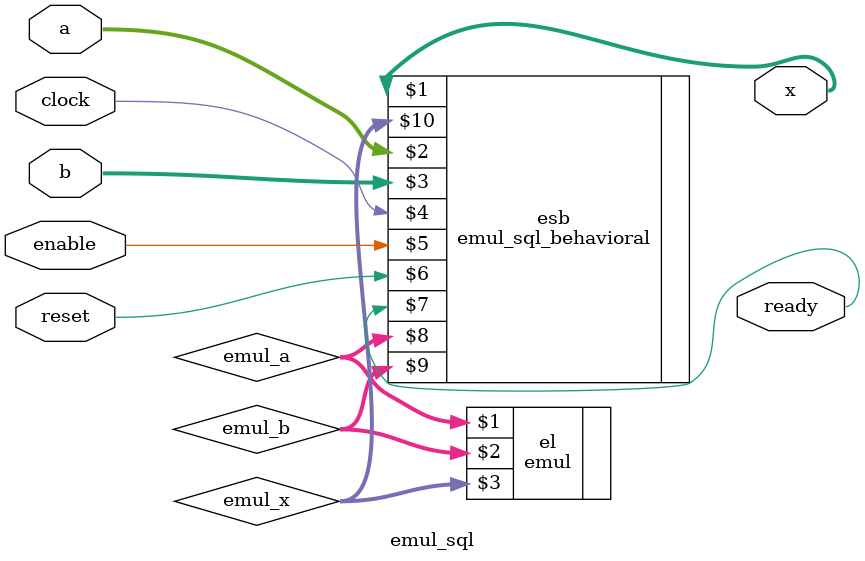
<source format=v>
module emul_sql(x,a,b,clock,enable,reset,ready);

input [7:0] a,b;
input clock,reset,enable;
output [15:0] x;
output ready;
wire [7:0] emul_a,emul_b;
wire [15:0]emul_x;

// Structural description of emul & emul_seq interconnection
emul el(emul_a,emul_b,emul_x);
emul_sql_behavioral esb(x,a,b,clock,enable,reset,ready,emul_a,emul_b,emul_x);
endmodule

</source>
